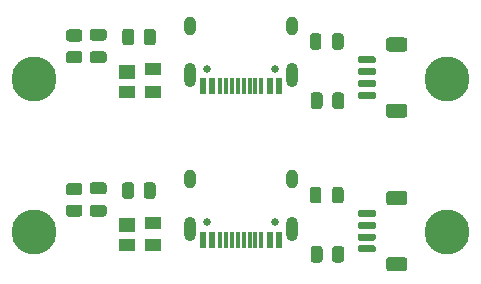
<source format=gbr>
%TF.GenerationSoftware,KiCad,Pcbnew,5.1.10-88a1d61d58~90~ubuntu20.04.1*%
%TF.CreationDate,2022-01-21T20:10:34-08:00*%
%TF.ProjectId,kb-db_protruded_panel,6b622d64-625f-4707-926f-747275646564,rev?*%
%TF.SameCoordinates,Original*%
%TF.FileFunction,Soldermask,Top*%
%TF.FilePolarity,Negative*%
%FSLAX46Y46*%
G04 Gerber Fmt 4.6, Leading zero omitted, Abs format (unit mm)*
G04 Created by KiCad (PCBNEW 5.1.10-88a1d61d58~90~ubuntu20.04.1) date 2022-01-21 20:10:34*
%MOMM*%
%LPD*%
G01*
G04 APERTURE LIST*
%ADD10R,1.400000X1.200000*%
%ADD11R,1.400000X1.000000*%
%ADD12C,3.800000*%
%ADD13O,1.000000X1.600000*%
%ADD14O,1.000000X2.100000*%
%ADD15C,0.650000*%
%ADD16R,0.300000X1.450000*%
%ADD17R,0.600000X1.450000*%
G04 APERTURE END LIST*
D10*
%TO.C,D1*%
X69342000Y-75865000D03*
D11*
X69342000Y-77585000D03*
X71542000Y-77585000D03*
X71542000Y-75685000D03*
%TD*%
%TO.C,R2*%
G36*
G01*
X68949500Y-73394002D02*
X68949500Y-72493998D01*
G75*
G02*
X69199498Y-72244000I249998J0D01*
G01*
X69724502Y-72244000D01*
G75*
G02*
X69974500Y-72493998I0J-249998D01*
G01*
X69974500Y-73394002D01*
G75*
G02*
X69724502Y-73644000I-249998J0D01*
G01*
X69199498Y-73644000D01*
G75*
G02*
X68949500Y-73394002I0J249998D01*
G01*
G37*
G36*
G01*
X70774500Y-73394002D02*
X70774500Y-72493998D01*
G75*
G02*
X71024498Y-72244000I249998J0D01*
G01*
X71549502Y-72244000D01*
G75*
G02*
X71799500Y-72493998I0J-249998D01*
G01*
X71799500Y-73394002D01*
G75*
G02*
X71549502Y-73644000I-249998J0D01*
G01*
X71024498Y-73644000D01*
G75*
G02*
X70774500Y-73394002I0J249998D01*
G01*
G37*
%TD*%
%TO.C,R1*%
G36*
G01*
X87761500Y-77887998D02*
X87761500Y-78788002D01*
G75*
G02*
X87511502Y-79038000I-249998J0D01*
G01*
X86986498Y-79038000D01*
G75*
G02*
X86736500Y-78788002I0J249998D01*
G01*
X86736500Y-77887998D01*
G75*
G02*
X86986498Y-77638000I249998J0D01*
G01*
X87511502Y-77638000D01*
G75*
G02*
X87761500Y-77887998I0J-249998D01*
G01*
G37*
G36*
G01*
X85936500Y-77887998D02*
X85936500Y-78788002D01*
G75*
G02*
X85686502Y-79038000I-249998J0D01*
G01*
X85161498Y-79038000D01*
G75*
G02*
X84911500Y-78788002I0J249998D01*
G01*
X84911500Y-77887998D01*
G75*
G02*
X85161498Y-77638000I249998J0D01*
G01*
X85686502Y-77638000D01*
G75*
G02*
X85936500Y-77887998I0J-249998D01*
G01*
G37*
%TD*%
%TO.C,F1*%
G36*
G01*
X87706500Y-72868750D02*
X87706500Y-73781250D01*
G75*
G02*
X87462750Y-74025000I-243750J0D01*
G01*
X86975250Y-74025000D01*
G75*
G02*
X86731500Y-73781250I0J243750D01*
G01*
X86731500Y-72868750D01*
G75*
G02*
X86975250Y-72625000I243750J0D01*
G01*
X87462750Y-72625000D01*
G75*
G02*
X87706500Y-72868750I0J-243750D01*
G01*
G37*
G36*
G01*
X85831500Y-72868750D02*
X85831500Y-73781250D01*
G75*
G02*
X85587750Y-74025000I-243750J0D01*
G01*
X85100250Y-74025000D01*
G75*
G02*
X84856500Y-73781250I0J243750D01*
G01*
X84856500Y-72868750D01*
G75*
G02*
X85100250Y-72625000I243750J0D01*
G01*
X85587750Y-72625000D01*
G75*
G02*
X85831500Y-72868750I0J-243750D01*
G01*
G37*
%TD*%
%TO.C,C1*%
G36*
G01*
X66454000Y-72256000D02*
X67404000Y-72256000D01*
G75*
G02*
X67654000Y-72506000I0J-250000D01*
G01*
X67654000Y-73006000D01*
G75*
G02*
X67404000Y-73256000I-250000J0D01*
G01*
X66454000Y-73256000D01*
G75*
G02*
X66204000Y-73006000I0J250000D01*
G01*
X66204000Y-72506000D01*
G75*
G02*
X66454000Y-72256000I250000J0D01*
G01*
G37*
G36*
G01*
X66454000Y-74156000D02*
X67404000Y-74156000D01*
G75*
G02*
X67654000Y-74406000I0J-250000D01*
G01*
X67654000Y-74906000D01*
G75*
G02*
X67404000Y-75156000I-250000J0D01*
G01*
X66454000Y-75156000D01*
G75*
G02*
X66204000Y-74906000I0J250000D01*
G01*
X66204000Y-74406000D01*
G75*
G02*
X66454000Y-74156000I250000J0D01*
G01*
G37*
%TD*%
%TO.C,J1*%
G36*
G01*
X89052000Y-74579000D02*
X90302000Y-74579000D01*
G75*
G02*
X90452000Y-74729000I0J-150000D01*
G01*
X90452000Y-75029000D01*
G75*
G02*
X90302000Y-75179000I-150000J0D01*
G01*
X89052000Y-75179000D01*
G75*
G02*
X88902000Y-75029000I0J150000D01*
G01*
X88902000Y-74729000D01*
G75*
G02*
X89052000Y-74579000I150000J0D01*
G01*
G37*
G36*
G01*
X89052000Y-75579000D02*
X90302000Y-75579000D01*
G75*
G02*
X90452000Y-75729000I0J-150000D01*
G01*
X90452000Y-76029000D01*
G75*
G02*
X90302000Y-76179000I-150000J0D01*
G01*
X89052000Y-76179000D01*
G75*
G02*
X88902000Y-76029000I0J150000D01*
G01*
X88902000Y-75729000D01*
G75*
G02*
X89052000Y-75579000I150000J0D01*
G01*
G37*
G36*
G01*
X89052000Y-76579000D02*
X90302000Y-76579000D01*
G75*
G02*
X90452000Y-76729000I0J-150000D01*
G01*
X90452000Y-77029000D01*
G75*
G02*
X90302000Y-77179000I-150000J0D01*
G01*
X89052000Y-77179000D01*
G75*
G02*
X88902000Y-77029000I0J150000D01*
G01*
X88902000Y-76729000D01*
G75*
G02*
X89052000Y-76579000I150000J0D01*
G01*
G37*
G36*
G01*
X89052000Y-77579000D02*
X90302000Y-77579000D01*
G75*
G02*
X90452000Y-77729000I0J-150000D01*
G01*
X90452000Y-78029000D01*
G75*
G02*
X90302000Y-78179000I-150000J0D01*
G01*
X89052000Y-78179000D01*
G75*
G02*
X88902000Y-78029000I0J150000D01*
G01*
X88902000Y-77729000D01*
G75*
G02*
X89052000Y-77579000I150000J0D01*
G01*
G37*
G36*
G01*
X91551999Y-72979000D02*
X92852001Y-72979000D01*
G75*
G02*
X93102000Y-73228999I0J-249999D01*
G01*
X93102000Y-73929001D01*
G75*
G02*
X92852001Y-74179000I-249999J0D01*
G01*
X91551999Y-74179000D01*
G75*
G02*
X91302000Y-73929001I0J249999D01*
G01*
X91302000Y-73228999D01*
G75*
G02*
X91551999Y-72979000I249999J0D01*
G01*
G37*
G36*
G01*
X91551999Y-78579000D02*
X92852001Y-78579000D01*
G75*
G02*
X93102000Y-78828999I0J-249999D01*
G01*
X93102000Y-79529001D01*
G75*
G02*
X92852001Y-79779000I-249999J0D01*
G01*
X91551999Y-79779000D01*
G75*
G02*
X91302000Y-79529001I0J249999D01*
G01*
X91302000Y-78828999D01*
G75*
G02*
X91551999Y-78579000I249999J0D01*
G01*
G37*
%TD*%
D12*
%TO.C,H2*%
X61487000Y-76472000D03*
%TD*%
D13*
%TO.C,USB1*%
X74672000Y-71991500D03*
X83312000Y-71991500D03*
D14*
X74672000Y-76171500D03*
X83312000Y-76171500D03*
D15*
X81882000Y-75641500D03*
X76102000Y-75641500D03*
D16*
X79242000Y-77086500D03*
X78742000Y-77086500D03*
X78242000Y-77086500D03*
X79742000Y-77086500D03*
X77742000Y-77086500D03*
X80242000Y-77086500D03*
X77242000Y-77086500D03*
X80742000Y-77086500D03*
D17*
X81442000Y-77086500D03*
X76542000Y-77086500D03*
X82217000Y-77086500D03*
X75767000Y-77086500D03*
%TD*%
D12*
%TO.C,H1*%
X96487000Y-76472000D03*
%TD*%
%TO.C,R5*%
G36*
G01*
X64446998Y-72304500D02*
X65347002Y-72304500D01*
G75*
G02*
X65597000Y-72554498I0J-249998D01*
G01*
X65597000Y-73079502D01*
G75*
G02*
X65347002Y-73329500I-249998J0D01*
G01*
X64446998Y-73329500D01*
G75*
G02*
X64197000Y-73079502I0J249998D01*
G01*
X64197000Y-72554498D01*
G75*
G02*
X64446998Y-72304500I249998J0D01*
G01*
G37*
G36*
G01*
X64446998Y-74129500D02*
X65347002Y-74129500D01*
G75*
G02*
X65597000Y-74379498I0J-249998D01*
G01*
X65597000Y-74904502D01*
G75*
G02*
X65347002Y-75154500I-249998J0D01*
G01*
X64446998Y-75154500D01*
G75*
G02*
X64197000Y-74904502I0J249998D01*
G01*
X64197000Y-74379498D01*
G75*
G02*
X64446998Y-74129500I249998J0D01*
G01*
G37*
%TD*%
%TO.C,R2*%
G36*
G01*
X70774500Y-60394002D02*
X70774500Y-59493998D01*
G75*
G02*
X71024498Y-59244000I249998J0D01*
G01*
X71549502Y-59244000D01*
G75*
G02*
X71799500Y-59493998I0J-249998D01*
G01*
X71799500Y-60394002D01*
G75*
G02*
X71549502Y-60644000I-249998J0D01*
G01*
X71024498Y-60644000D01*
G75*
G02*
X70774500Y-60394002I0J249998D01*
G01*
G37*
G36*
G01*
X68949500Y-60394002D02*
X68949500Y-59493998D01*
G75*
G02*
X69199498Y-59244000I249998J0D01*
G01*
X69724502Y-59244000D01*
G75*
G02*
X69974500Y-59493998I0J-249998D01*
G01*
X69974500Y-60394002D01*
G75*
G02*
X69724502Y-60644000I-249998J0D01*
G01*
X69199498Y-60644000D01*
G75*
G02*
X68949500Y-60394002I0J249998D01*
G01*
G37*
%TD*%
%TO.C,H2*%
X61487000Y-63472000D03*
%TD*%
%TO.C,H1*%
X96487000Y-63472000D03*
%TD*%
%TO.C,J1*%
G36*
G01*
X91551999Y-65579000D02*
X92852001Y-65579000D01*
G75*
G02*
X93102000Y-65828999I0J-249999D01*
G01*
X93102000Y-66529001D01*
G75*
G02*
X92852001Y-66779000I-249999J0D01*
G01*
X91551999Y-66779000D01*
G75*
G02*
X91302000Y-66529001I0J249999D01*
G01*
X91302000Y-65828999D01*
G75*
G02*
X91551999Y-65579000I249999J0D01*
G01*
G37*
G36*
G01*
X91551999Y-59979000D02*
X92852001Y-59979000D01*
G75*
G02*
X93102000Y-60228999I0J-249999D01*
G01*
X93102000Y-60929001D01*
G75*
G02*
X92852001Y-61179000I-249999J0D01*
G01*
X91551999Y-61179000D01*
G75*
G02*
X91302000Y-60929001I0J249999D01*
G01*
X91302000Y-60228999D01*
G75*
G02*
X91551999Y-59979000I249999J0D01*
G01*
G37*
G36*
G01*
X89052000Y-64579000D02*
X90302000Y-64579000D01*
G75*
G02*
X90452000Y-64729000I0J-150000D01*
G01*
X90452000Y-65029000D01*
G75*
G02*
X90302000Y-65179000I-150000J0D01*
G01*
X89052000Y-65179000D01*
G75*
G02*
X88902000Y-65029000I0J150000D01*
G01*
X88902000Y-64729000D01*
G75*
G02*
X89052000Y-64579000I150000J0D01*
G01*
G37*
G36*
G01*
X89052000Y-63579000D02*
X90302000Y-63579000D01*
G75*
G02*
X90452000Y-63729000I0J-150000D01*
G01*
X90452000Y-64029000D01*
G75*
G02*
X90302000Y-64179000I-150000J0D01*
G01*
X89052000Y-64179000D01*
G75*
G02*
X88902000Y-64029000I0J150000D01*
G01*
X88902000Y-63729000D01*
G75*
G02*
X89052000Y-63579000I150000J0D01*
G01*
G37*
G36*
G01*
X89052000Y-62579000D02*
X90302000Y-62579000D01*
G75*
G02*
X90452000Y-62729000I0J-150000D01*
G01*
X90452000Y-63029000D01*
G75*
G02*
X90302000Y-63179000I-150000J0D01*
G01*
X89052000Y-63179000D01*
G75*
G02*
X88902000Y-63029000I0J150000D01*
G01*
X88902000Y-62729000D01*
G75*
G02*
X89052000Y-62579000I150000J0D01*
G01*
G37*
G36*
G01*
X89052000Y-61579000D02*
X90302000Y-61579000D01*
G75*
G02*
X90452000Y-61729000I0J-150000D01*
G01*
X90452000Y-62029000D01*
G75*
G02*
X90302000Y-62179000I-150000J0D01*
G01*
X89052000Y-62179000D01*
G75*
G02*
X88902000Y-62029000I0J150000D01*
G01*
X88902000Y-61729000D01*
G75*
G02*
X89052000Y-61579000I150000J0D01*
G01*
G37*
%TD*%
%TO.C,C1*%
G36*
G01*
X66454000Y-61156000D02*
X67404000Y-61156000D01*
G75*
G02*
X67654000Y-61406000I0J-250000D01*
G01*
X67654000Y-61906000D01*
G75*
G02*
X67404000Y-62156000I-250000J0D01*
G01*
X66454000Y-62156000D01*
G75*
G02*
X66204000Y-61906000I0J250000D01*
G01*
X66204000Y-61406000D01*
G75*
G02*
X66454000Y-61156000I250000J0D01*
G01*
G37*
G36*
G01*
X66454000Y-59256000D02*
X67404000Y-59256000D01*
G75*
G02*
X67654000Y-59506000I0J-250000D01*
G01*
X67654000Y-60006000D01*
G75*
G02*
X67404000Y-60256000I-250000J0D01*
G01*
X66454000Y-60256000D01*
G75*
G02*
X66204000Y-60006000I0J250000D01*
G01*
X66204000Y-59506000D01*
G75*
G02*
X66454000Y-59256000I250000J0D01*
G01*
G37*
%TD*%
D17*
%TO.C,USB1*%
X75767000Y-64086500D03*
X82217000Y-64086500D03*
X76542000Y-64086500D03*
X81442000Y-64086500D03*
D16*
X80742000Y-64086500D03*
X77242000Y-64086500D03*
X80242000Y-64086500D03*
X77742000Y-64086500D03*
X79742000Y-64086500D03*
X78242000Y-64086500D03*
X78742000Y-64086500D03*
X79242000Y-64086500D03*
D15*
X76102000Y-62641500D03*
X81882000Y-62641500D03*
D14*
X83312000Y-63171500D03*
X74672000Y-63171500D03*
D13*
X83312000Y-58991500D03*
X74672000Y-58991500D03*
%TD*%
%TO.C,R5*%
G36*
G01*
X64446998Y-61129500D02*
X65347002Y-61129500D01*
G75*
G02*
X65597000Y-61379498I0J-249998D01*
G01*
X65597000Y-61904502D01*
G75*
G02*
X65347002Y-62154500I-249998J0D01*
G01*
X64446998Y-62154500D01*
G75*
G02*
X64197000Y-61904502I0J249998D01*
G01*
X64197000Y-61379498D01*
G75*
G02*
X64446998Y-61129500I249998J0D01*
G01*
G37*
G36*
G01*
X64446998Y-59304500D02*
X65347002Y-59304500D01*
G75*
G02*
X65597000Y-59554498I0J-249998D01*
G01*
X65597000Y-60079502D01*
G75*
G02*
X65347002Y-60329500I-249998J0D01*
G01*
X64446998Y-60329500D01*
G75*
G02*
X64197000Y-60079502I0J249998D01*
G01*
X64197000Y-59554498D01*
G75*
G02*
X64446998Y-59304500I249998J0D01*
G01*
G37*
%TD*%
%TO.C,R1*%
G36*
G01*
X85936500Y-64887998D02*
X85936500Y-65788002D01*
G75*
G02*
X85686502Y-66038000I-249998J0D01*
G01*
X85161498Y-66038000D01*
G75*
G02*
X84911500Y-65788002I0J249998D01*
G01*
X84911500Y-64887998D01*
G75*
G02*
X85161498Y-64638000I249998J0D01*
G01*
X85686502Y-64638000D01*
G75*
G02*
X85936500Y-64887998I0J-249998D01*
G01*
G37*
G36*
G01*
X87761500Y-64887998D02*
X87761500Y-65788002D01*
G75*
G02*
X87511502Y-66038000I-249998J0D01*
G01*
X86986498Y-66038000D01*
G75*
G02*
X86736500Y-65788002I0J249998D01*
G01*
X86736500Y-64887998D01*
G75*
G02*
X86986498Y-64638000I249998J0D01*
G01*
X87511502Y-64638000D01*
G75*
G02*
X87761500Y-64887998I0J-249998D01*
G01*
G37*
%TD*%
%TO.C,F1*%
G36*
G01*
X85831500Y-59868750D02*
X85831500Y-60781250D01*
G75*
G02*
X85587750Y-61025000I-243750J0D01*
G01*
X85100250Y-61025000D01*
G75*
G02*
X84856500Y-60781250I0J243750D01*
G01*
X84856500Y-59868750D01*
G75*
G02*
X85100250Y-59625000I243750J0D01*
G01*
X85587750Y-59625000D01*
G75*
G02*
X85831500Y-59868750I0J-243750D01*
G01*
G37*
G36*
G01*
X87706500Y-59868750D02*
X87706500Y-60781250D01*
G75*
G02*
X87462750Y-61025000I-243750J0D01*
G01*
X86975250Y-61025000D01*
G75*
G02*
X86731500Y-60781250I0J243750D01*
G01*
X86731500Y-59868750D01*
G75*
G02*
X86975250Y-59625000I243750J0D01*
G01*
X87462750Y-59625000D01*
G75*
G02*
X87706500Y-59868750I0J-243750D01*
G01*
G37*
%TD*%
D11*
%TO.C,D1*%
X71542000Y-62685000D03*
X71542000Y-64585000D03*
X69342000Y-64585000D03*
D10*
X69342000Y-62865000D03*
%TD*%
M02*

</source>
